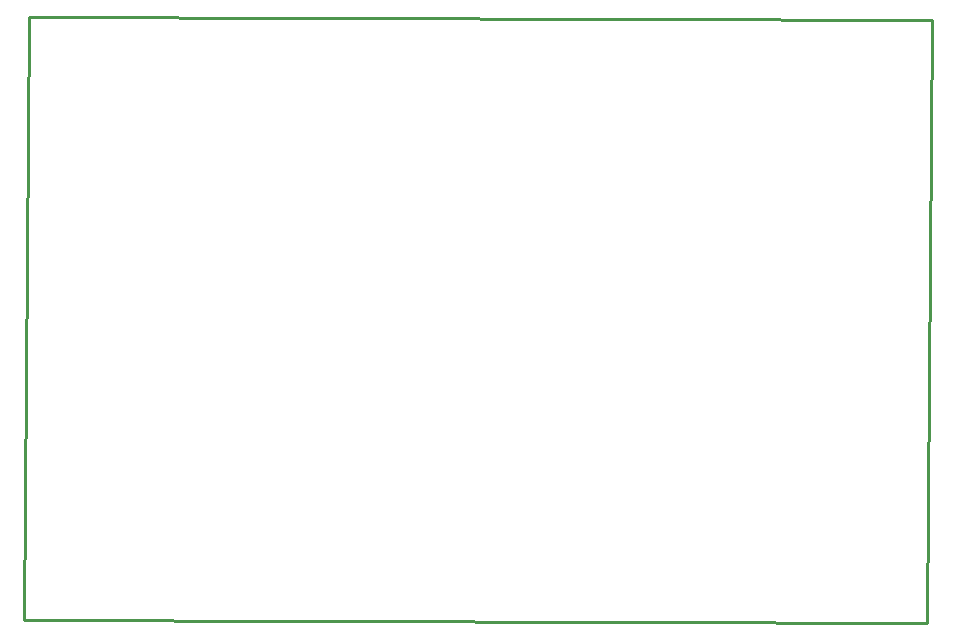
<source format=gko>
G04 EAGLE Gerber RS-274X export*
G75*
%MOMM*%
%FSLAX34Y34*%
%LPD*%
%IN*%
%IPPOS*%
%AMOC8*
5,1,8,0,0,1.08239X$1,22.5*%
G01*
%ADD10C,0.254000*%


D10*
X1190Y-730D02*
X765530Y-3270D01*
X769340Y507780D01*
X5000Y510320D01*
X1190Y-730D01*
M02*

</source>
